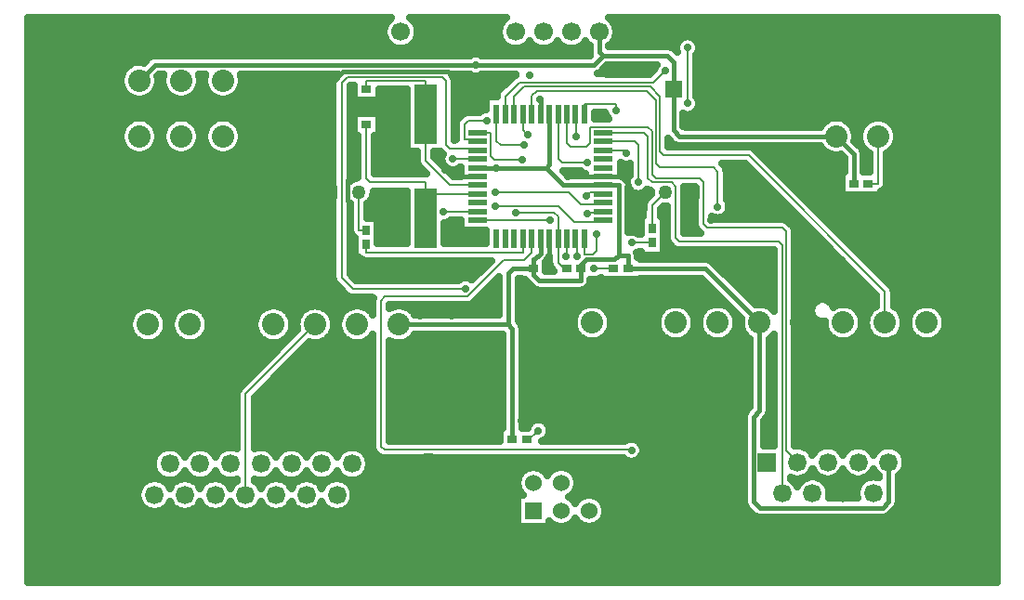
<source format=gbr>
G04 DipTrace 3.1.0.0*
G04 Top.gbr*
%MOIN*%
G04 #@! TF.FileFunction,Copper,L1,Top*
G04 #@! TF.Part,Single*
G04 #@! TA.AperFunction,Conductor*
%ADD13C,0.007874*%
%ADD14C,0.015748*%
G04 #@! TA.AperFunction,CopperBalancing*
%ADD15C,0.025*%
G04 #@! TA.AperFunction,ComponentPad*
%ADD16R,0.062992X0.062992*%
%ADD17C,0.062992*%
%ADD18R,0.035433X0.027559*%
G04 #@! TA.AperFunction,ComponentPad*
%ADD19C,0.05*%
%ADD20R,0.05X0.05*%
%ADD21R,0.066929X0.066929*%
%ADD22C,0.066929*%
%ADD23R,0.066535X0.066535*%
%ADD24C,0.066535*%
%ADD25C,0.188976*%
%ADD26C,0.08*%
%ADD27C,0.187402*%
%ADD28C,0.06*%
%ADD29R,0.06X0.06*%
%ADD30R,0.027559X0.035433*%
%ADD32R,0.070866X0.019685*%
%ADD33R,0.019685X0.070866*%
%ADD35R,0.07874X0.216535*%
G04 #@! TA.AperFunction,ViaPad*
%ADD36C,0.027559*%
%FSLAX26Y26*%
G04*
G70*
G90*
G75*
G01*
G04 Top*
%LPD*%
X2426724Y1741043D2*
D13*
Y1743843D1*
X2481845D1*
Y1748916D1*
X2387660Y1587576D2*
Y1626224D1*
X2383420Y1630465D1*
Y1650491D1*
X2785469Y2336614D2*
Y2136713D1*
X2288932Y1650491D2*
D14*
Y1549555D1*
X2283026Y1543650D1*
X2033026Y1874900D2*
X1940751D1*
X1916845Y1898806D1*
X1981367Y2231394D2*
X1943864D1*
X1925112Y2250146D1*
X1550072D1*
X1512568Y2212642D1*
X2481845Y1874900D2*
X2356613D1*
X2356407Y1875106D1*
X2257436Y2099310D2*
Y2149096D1*
X2256396Y2150135D1*
X1577322Y1659475D2*
Y1760613D1*
X1576715Y1761219D1*
Y1779706D1*
X1566783Y1789638D1*
Y1862512D1*
X1591869Y1887597D1*
X2481845Y1874900D2*
X2544133D1*
X2575180Y1843853D1*
Y1825101D1*
X2584307Y891906D2*
D13*
Y893753D1*
X1698255D1*
X1686323Y905685D1*
Y1429919D1*
X1700102Y1443698D1*
X1995521D1*
X2125346Y1573524D1*
X2197398D1*
X2225940Y1602066D1*
Y1650491D1*
X2657436Y1636810D2*
X2584307Y1636811D1*
X2706201Y1818701D2*
X2657436Y1769936D1*
Y1687991D1*
X2194444Y1650491D2*
Y1603051D1*
X1631791D1*
Y1630610D1*
X1606201Y1818701D2*
Y1681791D1*
X1631791D1*
X2064175Y2075689D2*
X1998972D1*
X1985193Y2061909D1*
Y2006790D1*
X2033026D1*
Y2000885D1*
X2192323Y1933961D2*
X2092083D1*
X2078303Y1947740D1*
Y2032381D1*
X2033026D1*
X3468701Y2018689D2*
Y1849900D1*
X3433026D1*
X2292323Y1719394D2*
X2055025D1*
X2053051Y1717420D1*
X2033026D1*
X2094396Y1768606D2*
X2322394D1*
X2378411Y1712589D1*
X2468919D1*
Y1717420D1*
X2481845D1*
X2094396Y1817819D2*
X2359602D1*
X2402325Y1775096D1*
X2481845D1*
Y1780412D1*
X1200259Y731682D2*
Y1094011D1*
X1449949Y1343701D1*
X2458224Y1666760D2*
Y1608957D1*
X2444445Y1595177D1*
X2414916D1*
Y1650491D1*
X2200140Y1987618D2*
X2115193D1*
X2099955Y2002856D1*
Y2099310D1*
X2893457Y1766299D2*
Y1893071D1*
X2879677Y1906850D1*
X2684996D1*
X2671217Y1920630D1*
Y2147858D1*
X2637686Y2181388D1*
X2243895D1*
X2225940Y2163433D1*
Y2099310D1*
X2212642Y2025122D2*
X2209622D1*
X2194444Y2040301D1*
Y2099310D1*
X3493412Y1349997D2*
Y1462508D1*
X3004482Y1951438D1*
X2698776D1*
X2684996Y1965218D1*
Y2162303D1*
X2650478Y2196822D1*
X2197467D1*
X2162948Y2162302D1*
Y2099310D1*
X2706444Y2256396D2*
X2662689Y2212642D1*
X2181388D1*
X2131451Y2162705D1*
Y2099310D1*
X2250146Y962510D2*
X2247472D1*
X2213297Y928335D1*
X2208026D1*
Y932370D1*
X2033026Y1937892D2*
X1943283D1*
Y1937894D1*
X1988350Y1470857D2*
X1583871D1*
X1543822Y1510907D1*
Y2211235D1*
X1563886Y2231299D1*
X1903734D1*
X1917514Y2217518D1*
Y1989075D1*
X1931295Y1975294D1*
X2033026D1*
Y1969388D1*
X2168701Y1744984D2*
X2306648D1*
X2320428Y1731205D1*
Y1650491D1*
Y1563681D1*
X2340459Y1543650D1*
X2350593D1*
X2519345D2*
X2450167D1*
Y1543822D1*
X2351924Y1650491D2*
Y1587576D1*
X2350156D1*
X2426724Y1924114D2*
X2334209D1*
X2320428Y1937895D1*
Y2099310D1*
X3179146Y849020D2*
Y852346D1*
X3138398Y893094D1*
Y1676846D1*
X3124617Y1690627D1*
X2854823D1*
X2841043Y1704407D1*
Y1853543D1*
X2827264Y1867323D1*
X2671217D1*
X2657437Y1881102D1*
Y2038287D1*
X2643657Y2052067D1*
X2434602D1*
Y1994980D1*
X2420823Y1981201D1*
X2365705D1*
X2351924Y1994982D1*
Y2099310D1*
X2385390Y2016634D2*
Y2077314D1*
X2383420Y2079283D1*
Y2099310D1*
X2527654Y2113091D2*
Y2134744D1*
X2414916D1*
Y2099310D1*
X3124618Y737209D2*
Y1626768D1*
X3110837Y1640549D1*
X2754824D1*
X2741043Y1654329D1*
Y1839764D1*
X2727264Y1853543D1*
X2657437D1*
X2643657Y1867323D1*
Y2018598D1*
X2629875Y2032381D1*
X2481845D1*
X2607929Y1853402D2*
Y1987102D1*
X2594147Y2000885D1*
X2481845D1*
X2564626Y1959543D2*
X2554781Y1969388D1*
X2481845D1*
Y1811908D2*
Y1817816D1*
X2436572D1*
X2422791Y1804035D1*
X1910243Y1748917D2*
X2012999D1*
X2013000Y1748916D1*
X2033026D1*
X2288932Y2099310D2*
D14*
Y1918209D1*
X2277122Y1906399D1*
X2340117Y1843404D1*
X2481845D1*
X818701Y2218701D2*
X875148Y2275148D1*
X2025122D1*
X2257436Y1650491D2*
Y1599117D1*
X2235780Y1577461D1*
X2231845D1*
Y1543650D1*
Y1522339D1*
X2253499Y1500685D1*
X2401774D1*
Y1543650D1*
X2033026Y1906396D2*
X2097988D1*
Y1906398D1*
X2231845Y1543650D2*
X2158470D1*
X2143066Y1528245D1*
Y1343701D1*
X1749949D1*
X2025122Y2275148D2*
X2449896D1*
X2482480Y2307732D1*
X2712633D1*
X2734286Y2286079D1*
Y2187400D1*
X3043412Y1349997D2*
Y1033609D1*
X3023043Y1013240D1*
Y707291D1*
X3044697Y685638D1*
X3484656D1*
X3506311Y707293D1*
Y849020D1*
X2570526Y1543650D2*
X2849759D1*
X3043412Y1349997D1*
X2481845Y1843404D2*
X2537067D1*
Y1591240D1*
X2570526D1*
Y1543650D1*
X3318701Y2018689D2*
X3381845Y1955545D1*
Y1849900D1*
X2734286Y2187400D2*
Y2040373D1*
X2755969Y2018689D1*
X3318701D1*
X2482480Y2307732D2*
X2468701Y2321512D1*
Y2393701D1*
X2143066Y1343701D2*
X2156845Y1329921D1*
Y932370D1*
X2401774Y1543650D2*
Y1557936D1*
X2421299Y1577461D1*
X2523287D1*
X2537067Y1591240D1*
X2097988Y1906398D2*
X2277122Y1906399D1*
X2033026Y1811908D2*
D13*
X1844936D1*
Y1853543D1*
X1646807D1*
X1633026Y1867324D1*
Y2062400D1*
Y2187400D2*
Y2217520D1*
X1844936D1*
Y2099408D1*
Y1931232D1*
X1932764Y1843404D1*
X2033026D1*
D36*
X424954Y2437665D3*
X981262Y1906360D3*
X424954Y424954D3*
X3881567Y2431415D3*
X3887818Y424954D3*
X1243790Y937508D3*
X2212642Y849999D3*
X856249Y1906360D3*
X862500Y1418808D3*
X1050020Y1512568D3*
X1200035Y1337550D3*
X1362552Y1412558D3*
X831247Y1237539D3*
X1518819D3*
X893753Y937508D3*
X2306402Y837497D3*
X818745Y624975D3*
X1406307Y912505D3*
X1643832Y1237539D3*
Y956260D3*
X1825101Y1375054D3*
X1937613D3*
X1818850Y931257D3*
X1925112D3*
X1743843Y624975D3*
X1600077Y762490D3*
X2189678Y997768D3*
X2068877Y1468814D3*
Y668730D3*
Y1062521D3*
X2212642Y1268793D3*
X2306402Y950009D3*
X1591869Y1887597D3*
X1585420Y2125391D3*
X2281399Y1312547D3*
X2418913Y1043769D3*
X2287650Y1575075D3*
X2243895Y1381304D3*
X2468919Y1450062D3*
X1916845Y1898806D3*
X2318903Y2318903D3*
X1834500Y1892163D3*
X1717618Y1892433D3*
X1706984Y1794286D3*
X1981367Y2231394D3*
X1706318Y1683701D3*
X1580954Y1514126D3*
X1576715Y1761219D3*
X1577322Y1659475D3*
X1720853Y1511703D3*
X1920707Y1509281D3*
X2024269Y1645546D3*
X1981367Y2125133D3*
X2062626Y2175138D3*
X2675190Y2275148D3*
X2512673D3*
X2218892Y2325154D3*
Y2237644D3*
X2781451Y2068877D3*
X3362762Y2081378D3*
X3056480Y2062626D3*
X2462668Y2081378D3*
X2356407Y1875106D3*
X2943969Y1893858D3*
Y1725091D3*
X2868961Y1718840D3*
X2256396Y2150135D3*
X2937718Y1400056D3*
X2800203Y1681336D3*
X2650188Y718735D3*
X2962720D3*
X2693942Y1756344D3*
X2800203Y1606328D3*
X2931467D3*
X3037728Y1856354D3*
X3075232Y937508D3*
X3006475Y1056270D3*
X3087734Y1293795D3*
X2575180Y1825101D3*
X3269003Y1925112D3*
X3369013Y1668835D3*
X3344010Y881252D3*
X2426724Y1741043D3*
X2387660Y1587576D3*
X2785469Y2136713D3*
Y2336614D3*
X2584307Y891906D3*
Y1636811D3*
X2064175Y2075689D3*
X2192323Y1933961D3*
X2292323Y1719394D3*
X2094396Y1768606D3*
Y1817819D3*
X2458224Y1666760D3*
X2200140Y1987618D3*
X2893457Y1766299D3*
X2212642Y2025122D3*
X2706444Y2256396D3*
X2250146Y962510D3*
X1943283Y1937894D3*
X1988350Y1470857D3*
X2168701Y1744984D3*
X2450167Y1543822D3*
X2350156Y1587576D3*
X2426724Y1924114D3*
X2385390Y2016634D3*
X2527654Y2113091D3*
X2607929Y1853402D3*
X2564626Y1959543D3*
X2422791Y1804035D3*
X1910243Y1748917D3*
X2025122Y2275148D3*
X2097988Y1906398D3*
X421201Y2418832D2*
D15*
X1699282D1*
X1813364D2*
X2111782D1*
X2525620D2*
X3891225D1*
X421201Y2393963D2*
X1693862D1*
X1818784D2*
X2106264D1*
X2531137D2*
X3891225D1*
X421201Y2369094D2*
X1699233D1*
X1813413D2*
X2111538D1*
X2525864D2*
X2759145D1*
X2811753D2*
X3891225D1*
X421201Y2344226D2*
X1720278D1*
X1792368D2*
X2132338D1*
X2205063D2*
X2232338D1*
X2305063D2*
X2332338D1*
X2405063D2*
X2431850D1*
X2505551D2*
X2743422D1*
X2827524D2*
X3891225D1*
X421201Y2319357D2*
X2431899D1*
X2824350D2*
X3891225D1*
X421201Y2294488D2*
X843422D1*
X2818393D2*
X3891225D1*
X421201Y2269619D2*
X773452D1*
X2495444D2*
X2665883D1*
X2818393D2*
X3891225D1*
X421201Y2244751D2*
X755044D1*
X2468393D2*
X2649282D1*
X2818393D2*
X3891225D1*
X421201Y2219882D2*
X749721D1*
X1187680D2*
X1512172D1*
X1950327D2*
X2143129D1*
X2818393D2*
X3891225D1*
X421201Y2195013D2*
X754067D1*
X883335D2*
X904067D1*
X1033335D2*
X1054067D1*
X1183335D2*
X1510903D1*
X1950424D2*
X2118227D1*
X2818393D2*
X3891225D1*
X421201Y2170144D2*
X770766D1*
X866635D2*
X920766D1*
X1016635D2*
X1070766D1*
X1166635D2*
X1510903D1*
X1679721D2*
X1776577D1*
X1950424D2*
X2099477D1*
X2818393D2*
X3891225D1*
X421201Y2145276D2*
X1510903D1*
X1576743D2*
X1776577D1*
X1950424D2*
X2061098D1*
X2827329D2*
X3891225D1*
X421201Y2120407D2*
X1510903D1*
X1576743D2*
X1776577D1*
X1950424D2*
X2061098D1*
X2824790D2*
X3891225D1*
X421201Y2095538D2*
X1510903D1*
X1679721D2*
X1776577D1*
X1950424D2*
X1973305D1*
X2453745D2*
X2488930D1*
X2771128D2*
X3891225D1*
X421201Y2070669D2*
X774721D1*
X862680D2*
X924721D1*
X1012680D2*
X1074721D1*
X1162680D2*
X1510903D1*
X1679721D2*
X1776577D1*
X2771128D2*
X3274721D1*
X3362680D2*
X3424721D1*
X3512680D2*
X3891225D1*
X421201Y2045801D2*
X755483D1*
X881919D2*
X905483D1*
X1031919D2*
X1055483D1*
X1181919D2*
X1510903D1*
X1679721D2*
X1776577D1*
X3381919D2*
X3405483D1*
X3531919D2*
X3891225D1*
X421201Y2020932D2*
X749770D1*
X1187631D2*
X1510903D1*
X1576743D2*
X1600112D1*
X1665952D2*
X1776577D1*
X3537631D2*
X3891225D1*
X421201Y1996063D2*
X753676D1*
X883725D2*
X903652D1*
X1033725D2*
X1053652D1*
X1183725D2*
X1510903D1*
X1576743D2*
X1600112D1*
X1665952D2*
X1776577D1*
X3533725D2*
X3891225D1*
X421201Y1971194D2*
X769692D1*
X867710D2*
X919692D1*
X1017710D2*
X1069692D1*
X1167710D2*
X1510903D1*
X1576743D2*
X1600112D1*
X1665952D2*
X1776577D1*
X3030258D2*
X3269643D1*
X3517758D2*
X3891225D1*
X421201Y1946325D2*
X1510903D1*
X1576743D2*
X1600112D1*
X1665952D2*
X1812026D1*
X1877866D2*
X1901381D1*
X3055112D2*
X3340004D1*
X3418686D2*
X3435805D1*
X3501596D2*
X3891225D1*
X421201Y1921457D2*
X1510903D1*
X1576743D2*
X1600112D1*
X1665952D2*
X1813637D1*
X3079965D2*
X3344985D1*
X3418686D2*
X3435805D1*
X3501596D2*
X3891225D1*
X421201Y1896588D2*
X1510903D1*
X1576743D2*
X1600112D1*
X1665952D2*
X1834047D1*
X1925083D2*
X1968618D1*
X2546274D2*
X2575014D1*
X2926157D2*
X3013833D1*
X3104868D2*
X3344985D1*
X3418686D2*
X3435805D1*
X3501596D2*
X3891225D1*
X421201Y1871719D2*
X1510903D1*
X1576743D2*
X1600112D1*
X2926352D2*
X3038686D1*
X3129721D2*
X3335122D1*
X3501596D2*
X3891225D1*
X421201Y1846850D2*
X1510903D1*
X2926352D2*
X3063540D1*
X3154575D2*
X3335122D1*
X3501450D2*
X3891225D1*
X421201Y1821982D2*
X1510903D1*
X1660092D2*
X1776577D1*
X2635629D2*
X2652304D1*
X2773960D2*
X2808120D1*
X2926352D2*
X3088442D1*
X3179477D2*
X3335122D1*
X3483286D2*
X3891225D1*
X421201Y1797113D2*
X1510903D1*
X1655454D2*
X1776577D1*
X2573911D2*
X2639077D1*
X2773960D2*
X2808120D1*
X2926352D2*
X3113296D1*
X3204331D2*
X3891225D1*
X421201Y1772244D2*
X1510903D1*
X1639096D2*
X1776577D1*
X2573911D2*
X2624624D1*
X2773960D2*
X2808120D1*
X2935776D2*
X3138149D1*
X3229184D2*
X3891225D1*
X421201Y1747375D2*
X1510903D1*
X1639096D2*
X1776577D1*
X2573911D2*
X2624526D1*
X2690366D2*
X2708120D1*
X2773960D2*
X2808120D1*
X2931528D2*
X3163051D1*
X3254038D2*
X3891225D1*
X421201Y1722507D2*
X1510903D1*
X1674546D2*
X1776577D1*
X2573911D2*
X2614663D1*
X2773960D2*
X2808120D1*
X2873960D2*
X3187905D1*
X3278940D2*
X3891225D1*
X421201Y1697638D2*
X1510903D1*
X1674546D2*
X1776577D1*
X1913315D2*
X1968618D1*
X2573911D2*
X2614663D1*
X2773960D2*
X2808901D1*
X3163120D2*
X3212758D1*
X3303794D2*
X3891225D1*
X421201Y1672769D2*
X1510903D1*
X1674546D2*
X1776577D1*
X1913315D2*
X2061098D1*
X2773960D2*
X2827163D1*
X3171323D2*
X3237612D1*
X3328647D2*
X3891225D1*
X421201Y1647900D2*
X1510903D1*
X1674546D2*
X1776577D1*
X1913315D2*
X2061098D1*
X3171323D2*
X3262514D1*
X3353549D2*
X3891225D1*
X421201Y1623031D2*
X1510903D1*
X2700229D2*
X2726821D1*
X3171323D2*
X3287368D1*
X3378403D2*
X3891225D1*
X421201Y1598163D2*
X1510903D1*
X2700229D2*
X3091713D1*
X3171323D2*
X3312221D1*
X3403256D2*
X3891225D1*
X421201Y1573294D2*
X1510903D1*
X1576743D2*
X1623012D1*
X2869712D2*
X3091713D1*
X3171323D2*
X3337124D1*
X3428159D2*
X3891225D1*
X421201Y1548425D2*
X1510903D1*
X1576743D2*
X2054751D1*
X2278549D2*
X2291616D1*
X2896176D2*
X3091713D1*
X3171323D2*
X3361977D1*
X3453012D2*
X3891225D1*
X421201Y1523556D2*
X1510903D1*
X1576743D2*
X2029848D1*
X2921030D2*
X3091713D1*
X3171323D2*
X3386831D1*
X3477866D2*
X3891225D1*
X421201Y1498688D2*
X1513491D1*
X2179917D2*
X2204409D1*
X2438559D2*
X2843764D1*
X2945932D2*
X3091713D1*
X3171323D2*
X3411733D1*
X3502768D2*
X3891225D1*
X421201Y1473819D2*
X1535415D1*
X2071176D2*
X2106215D1*
X2179917D2*
X2229604D1*
X2425669D2*
X2868618D1*
X2970786D2*
X3091713D1*
X3171323D2*
X3436587D1*
X3524155D2*
X3891225D1*
X421201Y1448950D2*
X1560268D1*
X2046274D2*
X2106215D1*
X2179917D2*
X2893471D1*
X2995639D2*
X3091713D1*
X3171323D2*
X3460512D1*
X3526352D2*
X3891225D1*
X421201Y1424081D2*
X1653383D1*
X2021421D2*
X2106215D1*
X2179917D2*
X2918325D1*
X3020493D2*
X3091713D1*
X3171323D2*
X3239956D1*
X3298081D2*
X3460512D1*
X3526352D2*
X3891225D1*
X421201Y1399213D2*
X810854D1*
X889047D2*
X960854D1*
X1039047D2*
X1260854D1*
X1339047D2*
X1410854D1*
X1489047D2*
X1560854D1*
X1639047D2*
X1653432D1*
X1789047D2*
X2106215D1*
X2179917D2*
X2396206D1*
X2490610D2*
X2696206D1*
X2790610D2*
X2846206D1*
X3171323D2*
X3226577D1*
X3390610D2*
X3446206D1*
X3540610D2*
X3596206D1*
X3690610D2*
X3891225D1*
X421201Y1374344D2*
X788442D1*
X911460D2*
X938442D1*
X1061460D2*
X1238442D1*
X1361460D2*
X1388442D1*
X1511460D2*
X1538442D1*
X2179917D2*
X2379018D1*
X2507797D2*
X2679018D1*
X2807797D2*
X2829018D1*
X3171323D2*
X3231264D1*
X3407797D2*
X3429018D1*
X3557797D2*
X3579018D1*
X3707797D2*
X3891225D1*
X421201Y1349475D2*
X781215D1*
X918686D2*
X931215D1*
X1068686D2*
X1231215D1*
X1368686D2*
X1381215D1*
X1518686D2*
X1531215D1*
X2187583D2*
X2374428D1*
X2512387D2*
X2674428D1*
X3171323D2*
X3274428D1*
X3712387D2*
X3891225D1*
X421201Y1324606D2*
X783754D1*
X916147D2*
X933754D1*
X1066147D2*
X1233754D1*
X1366147D2*
X1383754D1*
X1516147D2*
X1533754D1*
X2193686D2*
X2379458D1*
X2507358D2*
X2679458D1*
X2807358D2*
X2829458D1*
X2957358D2*
X2979458D1*
X3171323D2*
X3279458D1*
X3407358D2*
X3429458D1*
X3557358D2*
X3579458D1*
X3707358D2*
X3891225D1*
X421201Y1299738D2*
X797573D1*
X902329D2*
X947573D1*
X1052329D2*
X1247573D1*
X1502329D2*
X1547573D1*
X1802329D2*
X2119985D1*
X2193686D2*
X2397378D1*
X2489438D2*
X2697378D1*
X2789438D2*
X2847378D1*
X2939438D2*
X2997378D1*
X3171323D2*
X3297378D1*
X3389438D2*
X3447378D1*
X3539438D2*
X3597378D1*
X3689438D2*
X3891225D1*
X421201Y1274869D2*
X1335610D1*
X1426645D2*
X1653383D1*
X1719223D2*
X2119985D1*
X2193686D2*
X3006606D1*
X3171323D2*
X3891225D1*
X421201Y1250000D2*
X1310756D1*
X1401743D2*
X1653383D1*
X1719223D2*
X2119985D1*
X2193686D2*
X3006606D1*
X3171323D2*
X3891225D1*
X421201Y1225131D2*
X1285854D1*
X1376889D2*
X1653383D1*
X1719223D2*
X2119985D1*
X2193686D2*
X3006606D1*
X3171323D2*
X3891225D1*
X421201Y1200262D2*
X1261001D1*
X1352036D2*
X1653383D1*
X1719223D2*
X2119985D1*
X2193686D2*
X3006606D1*
X3171323D2*
X3891225D1*
X421201Y1175394D2*
X1236147D1*
X1327133D2*
X1653383D1*
X1719223D2*
X2119985D1*
X2193686D2*
X3006606D1*
X3171323D2*
X3891225D1*
X421201Y1150525D2*
X1211245D1*
X1302280D2*
X1653383D1*
X1719223D2*
X2119985D1*
X2193686D2*
X3006606D1*
X3171323D2*
X3891225D1*
X421201Y1125656D2*
X1186391D1*
X1277426D2*
X1653383D1*
X1719223D2*
X2119985D1*
X2193686D2*
X3006606D1*
X3171323D2*
X3891225D1*
X421201Y1100787D2*
X1168129D1*
X1252573D2*
X1653383D1*
X1719223D2*
X2119985D1*
X2193686D2*
X3006606D1*
X3171323D2*
X3891225D1*
X421201Y1075919D2*
X1167348D1*
X1233188D2*
X1653383D1*
X1719223D2*
X2119985D1*
X2193686D2*
X3006606D1*
X3171323D2*
X3891225D1*
X421201Y1051050D2*
X1167348D1*
X1233188D2*
X1653383D1*
X1719223D2*
X2119985D1*
X2193686D2*
X3006606D1*
X3171323D2*
X3891225D1*
X421201Y1026181D2*
X1167348D1*
X1233188D2*
X1653383D1*
X1719223D2*
X2119985D1*
X2193686D2*
X2988735D1*
X3171323D2*
X3891225D1*
X421201Y1001312D2*
X1167348D1*
X1233188D2*
X1653383D1*
X1719223D2*
X2119985D1*
X2193686D2*
X2236879D1*
X2263413D2*
X2986196D1*
X3062192D2*
X3091713D1*
X3171323D2*
X3891225D1*
X421201Y976444D2*
X1167348D1*
X1233188D2*
X1653383D1*
X1719223D2*
X2119985D1*
X2193686D2*
X2209878D1*
X2290415D2*
X2986196D1*
X3059897D2*
X3091713D1*
X3171323D2*
X3891225D1*
X421201Y951575D2*
X1167348D1*
X1233188D2*
X1653383D1*
X1719223D2*
X2110122D1*
X2291391D2*
X2986196D1*
X3059897D2*
X3091713D1*
X3171323D2*
X3891225D1*
X421201Y926706D2*
X1167348D1*
X1233188D2*
X1653383D1*
X1719223D2*
X2110122D1*
X2271079D2*
X2561538D1*
X2607065D2*
X2986196D1*
X3059897D2*
X3091713D1*
X3171323D2*
X3891225D1*
X421201Y901837D2*
X912172D1*
X943051D2*
X1021254D1*
X1052085D2*
X1130288D1*
X1270200D2*
X1348403D1*
X1379282D2*
X1457485D1*
X1488315D2*
X1566518D1*
X1597397D2*
X1653628D1*
X2625815D2*
X2986196D1*
X3209604D2*
X3257729D1*
X3318637D2*
X3366811D1*
X3427719D2*
X3475844D1*
X3536753D2*
X3891225D1*
X421201Y876969D2*
X875600D1*
X1633969D2*
X1669546D1*
X2624204D2*
X2986196D1*
X3561655D2*
X3891225D1*
X421201Y852100D2*
X865981D1*
X1643588D2*
X2575698D1*
X2592900D2*
X2986196D1*
X3568491D2*
X3891225D1*
X421201Y827231D2*
X867592D1*
X1641977D2*
X2208657D1*
X2256235D2*
X2308657D1*
X2356235D2*
X2986196D1*
X3564438D2*
X3891225D1*
X421201Y802362D2*
X881753D1*
X973471D2*
X990801D1*
X1082504D2*
X1099868D1*
X1300620D2*
X1317983D1*
X1409702D2*
X1427060D1*
X1518735D2*
X1536098D1*
X1627817D2*
X2180581D1*
X2384311D2*
X2986196D1*
X3218979D2*
X3248354D1*
X3328061D2*
X3357436D1*
X3437094D2*
X3466469D1*
X3546128D2*
X3891225D1*
X421201Y777493D2*
X832241D1*
X913950D2*
X941274D1*
X1023032D2*
X1050307D1*
X1132065D2*
X1159389D1*
X1241147D2*
X1268422D1*
X1350180D2*
X1377504D1*
X1459262D2*
X1486538D1*
X1568296D2*
X2173501D1*
X2391391D2*
X2986196D1*
X3171274D2*
X3187063D1*
X3280307D2*
X3405141D1*
X3543149D2*
X3891225D1*
X421201Y752625D2*
X814614D1*
X1585874D2*
X2178042D1*
X2386850D2*
X2986196D1*
X3293930D2*
X3391567D1*
X3543149D2*
X3891225D1*
X421201Y727756D2*
X810952D1*
X1589536D2*
X2173452D1*
X2366049D2*
X2409975D1*
X2454868D2*
X2986196D1*
X3295200D2*
X3390297D1*
X3543149D2*
X3891225D1*
X421201Y702887D2*
X818227D1*
X1582309D2*
X2173452D1*
X2484018D2*
X2986489D1*
X3542905D2*
X3891225D1*
X421201Y678018D2*
X844301D1*
X901889D2*
X953335D1*
X1010922D2*
X1062417D1*
X1120004D2*
X1171450D1*
X1229038D2*
X1280532D1*
X1338120D2*
X1389565D1*
X1447153D2*
X1498647D1*
X1556235D2*
X2173452D1*
X2491342D2*
X3001235D1*
X3528110D2*
X3891225D1*
X421201Y653150D2*
X2173452D1*
X2487094D2*
X3031020D1*
X3498325D2*
X3891225D1*
X421201Y628281D2*
X2173452D1*
X2366831D2*
X2398012D1*
X2466831D2*
X3891225D1*
X421201Y603412D2*
X3891225D1*
X421201Y578543D2*
X3891225D1*
X421201Y553675D2*
X3891225D1*
X421201Y528806D2*
X3891225D1*
X421201Y503937D2*
X3891225D1*
X421201Y479068D2*
X3891225D1*
X421201Y454199D2*
X3891225D1*
X421201Y429331D2*
X3891225D1*
X2203153Y1503378D2*
X2187637D1*
Y1509286D1*
X2177402Y1509283D1*
X2177432Y1357884D1*
X2182977Y1352240D1*
X2186147Y1347878D1*
X2188595Y1343073D1*
X2190262Y1337944D1*
X2191105Y1332618D1*
X2191211Y1229921D1*
Y972646D1*
X2211132Y972642D1*
X2214263Y980793D1*
X2217565Y986182D1*
X2221669Y990987D1*
X2226475Y995091D1*
X2231863Y998393D1*
X2237701Y1000811D1*
X2243846Y1002286D1*
X2250146Y1002782D1*
X2256446Y1002286D1*
X2262590Y1000811D1*
X2268429Y998393D1*
X2273817Y995091D1*
X2278622Y990987D1*
X2282726Y986182D1*
X2286028Y980793D1*
X2288446Y974955D1*
X2289922Y968810D1*
X2290417Y962510D1*
X2289922Y956211D1*
X2288446Y950066D1*
X2286028Y944228D1*
X2282726Y938839D1*
X2278622Y934034D1*
X2273817Y929930D1*
X2268429Y926628D1*
X2262436Y924166D1*
X2560217Y924182D1*
X2566024Y927788D1*
X2571862Y930206D1*
X2578007Y931681D1*
X2584307Y932177D1*
X2590607Y931681D1*
X2596752Y930206D1*
X2602590Y927788D1*
X2607978Y924486D1*
X2612783Y920382D1*
X2616888Y915577D1*
X2620189Y910188D1*
X2622608Y904350D1*
X2624083Y898205D1*
X2624579Y891906D1*
X2624083Y885606D1*
X2622608Y879461D1*
X2620189Y873623D1*
X2616888Y868234D1*
X2612783Y863429D1*
X2607978Y859325D1*
X2602590Y856023D1*
X2596752Y853605D1*
X2590607Y852130D1*
X2584307Y851634D1*
X2578007Y852130D1*
X2571862Y853605D1*
X2566024Y856023D1*
X2560636Y859325D1*
X2555931Y863337D1*
X1695867Y863418D1*
X1688851Y864813D1*
X1682355Y867808D1*
X1676738Y872237D1*
X1676516Y872476D1*
X1663184Y885923D1*
X1659210Y891870D1*
X1656734Y898581D1*
X1655894Y905685D1*
X1655906Y906011D1*
X1655894Y1307785D1*
X1650510Y1300518D1*
X1643132Y1293140D1*
X1634691Y1287007D1*
X1625394Y1282270D1*
X1615471Y1279046D1*
X1605165Y1277414D1*
X1594732D1*
X1584426Y1279046D1*
X1574503Y1282270D1*
X1565207Y1287007D1*
X1556765Y1293140D1*
X1549388Y1300518D1*
X1543255Y1308959D1*
X1538518Y1318255D1*
X1535294Y1328179D1*
X1533661Y1338484D1*
Y1348918D1*
X1535294Y1359223D1*
X1538518Y1369146D1*
X1543255Y1378443D1*
X1549388Y1386884D1*
X1556765Y1394262D1*
X1565207Y1400395D1*
X1574503Y1405132D1*
X1584426Y1408356D1*
X1594732Y1409988D1*
X1605165D1*
X1615471Y1408356D1*
X1625394Y1405132D1*
X1634691Y1400395D1*
X1643132Y1394262D1*
X1650510Y1386884D1*
X1655906Y1379545D1*
X1655987Y1432306D1*
X1657383Y1439322D1*
X1657522Y1439698D1*
X1657383Y1439322D1*
X1657522Y1439698D1*
X1650850Y1440428D1*
X1581484Y1440522D1*
X1574468Y1441917D1*
X1567972Y1444912D1*
X1562355Y1449340D1*
X1562133Y1449580D1*
X1520683Y1491145D1*
X1516709Y1497092D1*
X1514233Y1503803D1*
X1513392Y1510907D1*
X1513405Y1511233D1*
X1513486Y2213622D1*
X1514882Y2220638D1*
X1517876Y2227134D1*
X1522305Y2232752D1*
X1522545Y2232973D1*
X1530350Y2240796D1*
X1181421Y2240782D1*
X1183356Y2234223D1*
X1184988Y2223918D1*
Y2213484D1*
X1183356Y2203179D1*
X1180132Y2193255D1*
X1175395Y2183959D1*
X1169262Y2175518D1*
X1161884Y2168140D1*
X1153443Y2162007D1*
X1144146Y2157270D1*
X1134223Y2154046D1*
X1123918Y2152414D1*
X1113484D1*
X1103179Y2154046D1*
X1093255Y2157270D1*
X1083959Y2162007D1*
X1075518Y2168140D1*
X1068140Y2175518D1*
X1062007Y2183959D1*
X1057270Y2193255D1*
X1054046Y2203179D1*
X1052414Y2213484D1*
Y2223918D1*
X1054046Y2234223D1*
X1056035Y2240798D1*
X1031421Y2240782D1*
X1033356Y2234223D1*
X1034988Y2223918D1*
Y2213484D1*
X1033356Y2203179D1*
X1030132Y2193255D1*
X1025395Y2183959D1*
X1019262Y2175518D1*
X1011884Y2168140D1*
X1003443Y2162007D1*
X994146Y2157270D1*
X984223Y2154046D1*
X973918Y2152414D1*
X963484D1*
X953179Y2154046D1*
X943255Y2157270D1*
X933959Y2162007D1*
X925518Y2168140D1*
X918140Y2175518D1*
X912007Y2183959D1*
X907270Y2193255D1*
X904046Y2203179D1*
X902414Y2213484D1*
Y2223918D1*
X904046Y2234223D1*
X906035Y2240798D1*
X889331Y2240782D1*
X883356Y2234223D1*
X884988Y2223918D1*
Y2213484D1*
X883356Y2203179D1*
X880132Y2193255D1*
X875395Y2183959D1*
X869262Y2175518D1*
X861884Y2168140D1*
X853443Y2162007D1*
X844146Y2157270D1*
X834223Y2154046D1*
X823918Y2152414D1*
X813484D1*
X803179Y2154046D1*
X793255Y2157270D1*
X783959Y2162007D1*
X775518Y2168140D1*
X768140Y2175518D1*
X762007Y2183959D1*
X757270Y2193255D1*
X754046Y2203179D1*
X752414Y2213484D1*
Y2223918D1*
X754046Y2234223D1*
X757270Y2244146D1*
X762007Y2253443D1*
X768140Y2261884D1*
X775518Y2269262D1*
X783959Y2275395D1*
X793255Y2280132D1*
X803179Y2283356D1*
X813484Y2284988D1*
X823918D1*
X834635Y2283239D1*
X852829Y2301281D1*
X857192Y2304450D1*
X861997Y2306899D1*
X867126Y2308565D1*
X872452Y2309409D1*
X975148Y2309515D1*
X2004103D1*
X2009711Y2312354D1*
X2015721Y2314307D1*
X2021962Y2315296D1*
X2028282D1*
X2034523Y2314307D1*
X2040533Y2312354D1*
X2046132Y2309504D1*
X2435718Y2309514D1*
X2436017Y2310892D1*
X2434758Y2316136D1*
X2434335Y2321512D1*
Y2344608D1*
X2426305Y2351305D1*
X2420195Y2358459D1*
X2418734Y2360646D1*
X2414292Y2354762D1*
X2407640Y2348109D1*
X2400028Y2342579D1*
X2391645Y2338308D1*
X2382697Y2335401D1*
X2373405Y2333929D1*
X2363997D1*
X2354704Y2335401D1*
X2345756Y2338308D1*
X2337374Y2342579D1*
X2329762Y2348109D1*
X2323109Y2354762D1*
X2318734Y2360646D1*
X2314292Y2354762D1*
X2307640Y2348109D1*
X2300028Y2342579D1*
X2291645Y2338308D1*
X2282697Y2335401D1*
X2273405Y2333929D1*
X2263997D1*
X2254704Y2335401D1*
X2245756Y2338308D1*
X2237374Y2342579D1*
X2229762Y2348109D1*
X2223109Y2354762D1*
X2218734Y2360646D1*
X2214292Y2354762D1*
X2207640Y2348109D1*
X2200028Y2342579D1*
X2191645Y2338308D1*
X2182697Y2335401D1*
X2173405Y2333929D1*
X2163997D1*
X2154704Y2335401D1*
X2145756Y2338308D1*
X2137374Y2342579D1*
X2129762Y2348109D1*
X2123109Y2354762D1*
X2117579Y2362374D1*
X2113308Y2370756D1*
X2110401Y2379704D1*
X2108929Y2388997D1*
Y2398405D1*
X2110401Y2407697D1*
X2113308Y2416645D1*
X2117579Y2425028D1*
X2123109Y2432640D1*
X2129762Y2439292D1*
X2135707Y2443709D1*
X1789746Y2443701D1*
X1795272Y2439502D1*
X1801925Y2432850D1*
X1807455Y2425238D1*
X1811726Y2416855D1*
X1814633Y2407907D1*
X1816105Y2398615D1*
Y2389207D1*
X1814633Y2379914D1*
X1811726Y2370966D1*
X1807455Y2362583D1*
X1801925Y2354972D1*
X1795272Y2348319D1*
X1787661Y2342789D1*
X1779278Y2338518D1*
X1770330Y2335611D1*
X1761037Y2334139D1*
X1751629D1*
X1742337Y2335611D1*
X1733389Y2338518D1*
X1725006Y2342789D1*
X1717395Y2348319D1*
X1710742Y2354972D1*
X1705212Y2362583D1*
X1700941Y2370966D1*
X1698033Y2379914D1*
X1696561Y2389207D1*
Y2398615D1*
X1698033Y2407907D1*
X1700941Y2416855D1*
X1705212Y2425238D1*
X1710742Y2432850D1*
X1717395Y2439502D1*
X1723034Y2443714D1*
X418701Y2443701D1*
Y418701D1*
X3893701D1*
Y2443701D1*
X2501757D1*
X2507640Y2439292D1*
X2514292Y2432640D1*
X2519822Y2425028D1*
X2524094Y2416645D1*
X2527001Y2407697D1*
X2528473Y2398405D1*
Y2388997D1*
X2527001Y2379704D1*
X2524094Y2370756D1*
X2519822Y2362374D1*
X2514292Y2354762D1*
X2507640Y2348109D1*
X2503040Y2344592D1*
X2503067Y2342089D1*
X2715329Y2341993D1*
X2720655Y2341149D1*
X2725784Y2339483D1*
X2730589Y2337034D1*
X2734952Y2333865D1*
X2748638Y2320328D1*
X2746310Y2327213D1*
X2745321Y2333454D1*
Y2339774D1*
X2746310Y2346015D1*
X2748262Y2352025D1*
X2751131Y2357656D1*
X2754846Y2362769D1*
X2759314Y2367237D1*
X2764427Y2370951D1*
X2770057Y2373820D1*
X2776067Y2375773D1*
X2782309Y2376762D1*
X2788628D1*
X2794870Y2375773D1*
X2800880Y2373820D1*
X2806510Y2370951D1*
X2811623Y2367237D1*
X2816091Y2362769D1*
X2819806Y2357656D1*
X2822675Y2352025D1*
X2824627Y2346015D1*
X2825616Y2339774D1*
Y2333454D1*
X2824627Y2327213D1*
X2822675Y2321203D1*
X2819806Y2315572D1*
X2815882Y2310233D1*
X2816091Y2162867D1*
X2819806Y2157754D1*
X2822675Y2152124D1*
X2824627Y2146114D1*
X2825616Y2139872D1*
Y2133553D1*
X2824627Y2127311D1*
X2822675Y2121301D1*
X2819806Y2115671D1*
X2816091Y2110558D1*
X2811623Y2106090D1*
X2806510Y2102375D1*
X2800880Y2099506D1*
X2794870Y2097554D1*
X2788628Y2096565D1*
X2782309D1*
X2776067Y2097554D1*
X2768633Y2100163D1*
X2768652Y2054637D1*
X2780949Y2053076D1*
X3261759D1*
X3268140Y2061873D1*
X3275518Y2069250D1*
X3283959Y2075383D1*
X3293255Y2080120D1*
X3303179Y2083344D1*
X3313484Y2084977D1*
X3323918D1*
X3334223Y2083344D1*
X3344146Y2080120D1*
X3353443Y2075383D1*
X3361884Y2069250D1*
X3369262Y2061873D1*
X3375395Y2053432D1*
X3380132Y2044135D1*
X3383356Y2034212D1*
X3384988Y2023906D1*
Y2013473D1*
X3383239Y2002755D1*
X3407977Y1977885D1*
X3411147Y1973522D1*
X3413595Y1968717D1*
X3415262Y1963588D1*
X3416105Y1958262D1*
X3416211Y1890185D1*
X3438281Y1890172D1*
X3438272Y1959617D1*
X3429618Y1964896D1*
X3421684Y1971672D1*
X3414908Y1979606D1*
X3409456Y1988503D1*
X3405463Y1998142D1*
X3403027Y2008288D1*
X3402209Y2018689D1*
X3403027Y2029091D1*
X3405463Y2039237D1*
X3409456Y2048876D1*
X3414908Y2057773D1*
X3421684Y2065707D1*
X3429618Y2072483D1*
X3438514Y2077934D1*
X3448154Y2081927D1*
X3458299Y2084363D1*
X3468701Y2085182D1*
X3479102Y2084363D1*
X3489248Y2081927D1*
X3498888Y2077934D1*
X3507784Y2072483D1*
X3515718Y2065707D1*
X3522494Y2057773D1*
X3527946Y2048876D1*
X3531939Y2039237D1*
X3534374Y2029091D1*
X3535193Y2018689D1*
X3534374Y2008288D1*
X3531939Y1998142D1*
X3527946Y1988503D1*
X3522494Y1979606D1*
X3515718Y1971672D1*
X3507784Y1964896D1*
X3499119Y1959574D1*
X3499036Y1847513D1*
X3497641Y1840497D1*
X3494646Y1834001D1*
X3490217Y1828384D1*
X3484600Y1823955D1*
X3478104Y1820960D1*
X3477718Y1820851D1*
X3478104Y1820960D1*
X3477718Y1820851D1*
X3477235Y1809628D1*
X3337637D1*
Y1890172D1*
X3347451D1*
X3347479Y1941355D1*
X3334653Y1954156D1*
X3323918Y1952402D1*
X3313484D1*
X3303179Y1954035D1*
X3293255Y1957259D1*
X3283959Y1961996D1*
X3275518Y1968128D1*
X3268140Y1975506D1*
X3261778Y1984357D1*
X2753252Y1984450D1*
X2747926Y1985293D1*
X2742797Y1986960D1*
X2737993Y1989408D1*
X2733630Y1992578D1*
X2715386Y2010671D1*
X2715425Y1981883D1*
X3006869Y1981774D1*
X3013885Y1980378D1*
X3020381Y1977383D1*
X3025998Y1972955D1*
X3026220Y1972715D1*
X3516570Y1482250D1*
X3520544Y1476303D1*
X3523020Y1469592D1*
X3523861Y1462488D1*
X3523848Y1462162D1*
X3523861Y1409119D1*
X3532495Y1403790D1*
X3540429Y1397014D1*
X3547205Y1389080D1*
X3552657Y1380184D1*
X3556650Y1370544D1*
X3559086Y1360398D1*
X3559904Y1349997D1*
X3559086Y1339595D1*
X3556650Y1329450D1*
X3552657Y1319810D1*
X3547205Y1310914D1*
X3540429Y1302980D1*
X3532495Y1296203D1*
X3523599Y1290752D1*
X3513959Y1286759D1*
X3503814Y1284323D1*
X3493412Y1283505D1*
X3483010Y1284323D1*
X3472865Y1286759D1*
X3463225Y1290752D1*
X3454329Y1296203D1*
X3446395Y1302980D1*
X3439619Y1310914D1*
X3434167Y1319810D1*
X3430174Y1329450D1*
X3427739Y1339595D1*
X3426920Y1349997D1*
X3427739Y1360398D1*
X3430174Y1370544D1*
X3434167Y1380184D1*
X3439619Y1389080D1*
X3446395Y1397014D1*
X3454329Y1403790D1*
X3463030Y1409132D1*
X3463003Y1449896D1*
X2991890Y1920996D1*
X2908534Y1921009D1*
X2918074Y1910957D1*
X2921570Y1904716D1*
X2923511Y1897831D1*
X2923886Y1893071D1*
X2924079Y1792454D1*
X2927794Y1787341D1*
X2930663Y1781711D1*
X2932616Y1775700D1*
X2933604Y1769459D1*
Y1763140D1*
X2932616Y1756898D1*
X2930663Y1750888D1*
X2927794Y1745257D1*
X2924079Y1740145D1*
X2919611Y1735676D1*
X2914499Y1731962D1*
X2908868Y1729093D1*
X2902858Y1727140D1*
X2896616Y1726152D1*
X2890297D1*
X2884055Y1727140D1*
X2878045Y1729093D1*
X2871460Y1732600D1*
X2871473Y1721073D1*
X3127004Y1720963D1*
X3134020Y1719567D1*
X3140516Y1716572D1*
X3146133Y1712144D1*
X3146355Y1711904D1*
X3161536Y1696609D1*
X3165510Y1690661D1*
X3167986Y1683950D1*
X3168827Y1676846D1*
X3168814Y1676520D1*
X3168827Y907852D1*
X3179146Y908780D1*
X3188494Y908044D1*
X3197612Y905855D1*
X3206276Y902266D1*
X3214272Y897367D1*
X3221402Y891277D1*
X3227492Y884146D1*
X3232392Y876150D1*
X3233643Y873437D1*
X3237247Y880244D1*
X3242759Y887831D1*
X3249390Y894462D1*
X3256976Y899974D1*
X3265332Y904231D1*
X3274250Y907129D1*
X3283512Y908596D1*
X3292889D1*
X3302151Y907129D1*
X3311070Y904231D1*
X3319425Y899974D1*
X3327012Y894462D1*
X3333643Y887831D1*
X3339154Y880244D1*
X3342698Y873437D1*
X3346302Y880244D1*
X3351814Y887831D1*
X3358445Y894462D1*
X3366031Y899974D1*
X3374387Y904231D1*
X3383305Y907129D1*
X3392567Y908596D1*
X3401945D1*
X3411207Y907129D1*
X3420125Y904231D1*
X3428480Y899974D1*
X3436067Y894462D1*
X3442698Y887831D1*
X3448210Y880244D1*
X3451753Y873437D1*
X3455357Y880244D1*
X3460869Y887831D1*
X3467500Y894462D1*
X3475087Y899974D1*
X3483442Y904231D1*
X3492360Y907129D1*
X3501622Y908596D1*
X3511000D1*
X3520262Y907129D1*
X3529180Y904231D1*
X3537535Y899974D1*
X3545122Y894462D1*
X3551753Y887831D1*
X3557265Y880244D1*
X3561522Y871889D1*
X3564420Y862971D1*
X3565887Y853709D1*
Y844331D1*
X3564420Y835069D1*
X3561522Y826151D1*
X3557265Y817796D1*
X3551753Y810209D1*
X3545122Y803578D1*
X3540660Y800154D1*
X3540571Y704596D1*
X3539728Y699270D1*
X3538061Y694141D1*
X3535613Y689336D1*
X3532443Y684974D1*
X3506975Y659505D1*
X3502612Y656336D1*
X3497808Y653888D1*
X3492679Y652221D1*
X3487353Y651377D1*
X3384656Y651272D1*
X3042001Y651377D1*
X3036674Y652221D1*
X3031545Y653888D1*
X3026741Y656336D1*
X3022378Y659505D1*
X2996911Y684972D1*
X2993741Y689335D1*
X2991293Y694140D1*
X2989627Y699269D1*
X2988783Y704595D1*
X2988677Y807291D1*
X2988783Y1015937D1*
X2989627Y1021263D1*
X2991293Y1026392D1*
X2993741Y1031196D1*
X2996911Y1035559D1*
X3009066Y1047864D1*
X3009077Y1293064D1*
X3000229Y1299436D1*
X2992851Y1306814D1*
X2986718Y1315255D1*
X2981981Y1324551D1*
X2978757Y1334474D1*
X2977125Y1344780D1*
Y1355214D1*
X2978896Y1366010D1*
X2835634Y1509278D1*
X2614756Y1509283D1*
X2614735Y1503378D1*
X2475137D1*
Y1512216D1*
X2468450Y1507939D1*
X2462611Y1505521D1*
X2456467Y1504046D1*
X2450167Y1503550D1*
X2445989Y1503795D1*
X2445983Y1503378D1*
X2436169D1*
X2435717Y1495309D1*
X2434459Y1490065D1*
X2432395Y1485083D1*
X2429577Y1480485D1*
X2426075Y1476384D1*
X2421974Y1472882D1*
X2417376Y1470064D1*
X2412394Y1468001D1*
X2407150Y1466742D1*
X2401774Y1466319D1*
X2250802Y1466425D1*
X2245476Y1467268D1*
X2240347Y1468935D1*
X2235542Y1471383D1*
X2231180Y1474553D1*
X2205713Y1500019D1*
X2203826Y1502463D1*
X1601318Y2102672D2*
X1677235D1*
Y2022129D1*
X1663417D1*
X1663456Y1883933D1*
X1847323Y1883879D1*
X1849375Y1883759D1*
X1821797Y1911470D1*
X1817823Y1917418D1*
X1815347Y1924129D1*
X1814507Y1931232D1*
X1814519Y1931559D1*
X1814507Y1964680D1*
X1779074Y1964648D1*
Y2187060D1*
X1677211Y2187091D1*
X1677235Y2147129D1*
X1588818D1*
Y2200888D1*
X1576439Y2200870D1*
X1574251Y2186235D1*
Y1859038D1*
X1579296Y1862605D1*
X1586496Y1866273D1*
X1594180Y1868770D1*
X1602618Y1870052D1*
X1602597Y2022158D1*
X1588818Y2022129D1*
Y2102672D1*
X1601318D1*
X1657534Y1814661D2*
X1656270Y1806680D1*
X1653773Y1798996D1*
X1650105Y1791796D1*
X1645356Y1785259D1*
X1639642Y1779546D1*
X1636628Y1777170D1*
X1636630Y1725976D1*
X1672063Y1726000D1*
Y1633461D1*
X1779106Y1633480D1*
X1779074Y1823103D1*
X1657485Y1823114D1*
X1657534Y1814661D1*
X2710633Y1767414D2*
X2702161Y1767367D1*
X2698350Y1767818D1*
X2687839Y1757306D1*
X2687865Y1732192D1*
X2697708Y1732199D1*
Y1592601D1*
X2617164D1*
Y1606419D1*
X2610461Y1606188D1*
X2605349Y1602474D1*
X2603355Y1601357D1*
X2604786Y1593936D1*
X2604892Y1583965D1*
X2604879Y1590893D1*
X2613818Y1583921D1*
X2614735D1*
Y1578013D1*
X2852560Y1577910D1*
X2857886Y1577066D1*
X2863015Y1575400D1*
X2867820Y1572952D1*
X2872183Y1569782D1*
X2944875Y1497240D1*
X3027890Y1414652D1*
X3038195Y1416284D1*
X3048629D1*
X3058934Y1414652D1*
X3068858Y1411427D1*
X3078154Y1406691D1*
X3086595Y1400558D1*
X3094213Y1392876D1*
X3094189Y1610109D1*
X2752437Y1610213D1*
X2745421Y1611609D1*
X2738925Y1614603D1*
X2733307Y1619032D1*
X2733086Y1619272D1*
X2717905Y1634567D1*
X2713931Y1640515D1*
X2711455Y1647226D1*
X2710614Y1654329D1*
X2710627Y1654656D1*
X2710614Y1767367D1*
X2655318Y1810850D2*
X2654709Y1818701D1*
X2654925Y1823227D1*
X2648034Y1824603D1*
X2641538Y1827598D1*
X2641204Y1827821D1*
X2641538Y1827598D1*
X2638552Y1827247D1*
X2634083Y1822779D1*
X2628971Y1819064D1*
X2623340Y1816195D1*
X2617330Y1814243D1*
X2611089Y1813254D1*
X2604769D1*
X2598528Y1814243D1*
X2592518Y1816195D1*
X2586887Y1819064D1*
X2581775Y1822779D1*
X2577306Y1827247D1*
X2573592Y1832360D1*
X2571421Y1836476D1*
X2571433Y1674996D1*
X2578007Y1676587D1*
X2584307Y1677083D1*
X2590607Y1676587D1*
X2596752Y1675112D1*
X2602590Y1672693D1*
X2607978Y1669391D1*
X2610688Y1667224D1*
X2617164Y1667601D1*
Y1732199D1*
X2626979D1*
X2627100Y1772323D1*
X2628496Y1779339D1*
X2631490Y1785835D1*
X2635919Y1791452D1*
X2636159Y1791674D1*
X2655288Y1810822D1*
X2652677Y1823489D1*
X2645792Y1825430D1*
X2641538Y1827598D1*
X982118Y819076D2*
X978574Y812269D1*
X973062Y804682D1*
X966432Y798052D1*
X958845Y792540D1*
X950490Y788282D1*
X941571Y785385D1*
X932309Y783918D1*
X922932D1*
X913670Y785385D1*
X904752Y788282D1*
X896396Y792540D1*
X888810Y798052D1*
X882179Y804682D1*
X876667Y812269D1*
X872410Y820624D1*
X869512Y829543D1*
X868045Y838805D1*
Y848182D1*
X869512Y857444D1*
X872410Y866362D1*
X876667Y874718D1*
X882179Y882304D1*
X888810Y888935D1*
X896396Y894447D1*
X904752Y898704D1*
X913670Y901602D1*
X922932Y903069D1*
X932309D1*
X941571Y901602D1*
X950490Y898704D1*
X958845Y894447D1*
X966432Y888935D1*
X973062Y882304D1*
X978574Y874718D1*
X982118Y867910D1*
X985722Y874718D1*
X991234Y882304D1*
X997865Y888935D1*
X1005451Y894447D1*
X1013807Y898704D1*
X1022725Y901602D1*
X1031987Y903069D1*
X1041365D1*
X1050627Y901602D1*
X1059545Y898704D1*
X1067900Y894447D1*
X1075487Y888935D1*
X1082118Y882304D1*
X1087629Y874718D1*
X1091173Y867910D1*
X1094777Y874718D1*
X1100289Y882304D1*
X1106920Y888935D1*
X1114507Y894447D1*
X1122862Y898704D1*
X1131780Y901602D1*
X1141042Y903069D1*
X1150420D1*
X1159682Y901602D1*
X1168600Y898704D1*
X1169849Y898129D1*
X1169923Y1096398D1*
X1171319Y1103414D1*
X1174313Y1109910D1*
X1178742Y1115527D1*
X1178982Y1115749D1*
X1386627Y1323412D1*
X1384275Y1333299D1*
X1383456Y1343701D1*
X1384275Y1354102D1*
X1386711Y1364248D1*
X1390704Y1373888D1*
X1396155Y1382784D1*
X1402932Y1390718D1*
X1410865Y1397494D1*
X1419762Y1402946D1*
X1429401Y1406939D1*
X1439547Y1409374D1*
X1449949Y1410193D1*
X1460350Y1409374D1*
X1470496Y1406939D1*
X1480135Y1402946D1*
X1489032Y1397494D1*
X1496966Y1390718D1*
X1503742Y1382784D1*
X1509193Y1373888D1*
X1513186Y1364248D1*
X1515622Y1354102D1*
X1516441Y1343701D1*
X1515622Y1333299D1*
X1513186Y1323154D1*
X1509193Y1313514D1*
X1503742Y1304618D1*
X1496966Y1296684D1*
X1489032Y1289908D1*
X1480135Y1284456D1*
X1470496Y1280463D1*
X1460350Y1278027D1*
X1449949Y1277209D1*
X1439547Y1278027D1*
X1429657Y1280391D1*
X1230642Y1081360D1*
X1230688Y898161D1*
X1240835Y901602D1*
X1250097Y903069D1*
X1259475D1*
X1268737Y901602D1*
X1277655Y898704D1*
X1286011Y894447D1*
X1293597Y888935D1*
X1300228Y882304D1*
X1305740Y874718D1*
X1309283Y867910D1*
X1312888Y874718D1*
X1318399Y882304D1*
X1325030Y888935D1*
X1332617Y894447D1*
X1340972Y898704D1*
X1349891Y901602D1*
X1359153Y903069D1*
X1368530D1*
X1377792Y901602D1*
X1386710Y898704D1*
X1395066Y894447D1*
X1402652Y888935D1*
X1409283Y882304D1*
X1414795Y874718D1*
X1418338Y867910D1*
X1421943Y874718D1*
X1427455Y882304D1*
X1434085Y888935D1*
X1441672Y894447D1*
X1450027Y898704D1*
X1458946Y901602D1*
X1468208Y903069D1*
X1477585D1*
X1486847Y901602D1*
X1495765Y898704D1*
X1504121Y894447D1*
X1511707Y888935D1*
X1518338Y882304D1*
X1523850Y874718D1*
X1527394Y867910D1*
X1530998Y874718D1*
X1536510Y882304D1*
X1543141Y888935D1*
X1550727Y894447D1*
X1559082Y898704D1*
X1568001Y901602D1*
X1577263Y903069D1*
X1586640D1*
X1595902Y901602D1*
X1604821Y898704D1*
X1613176Y894447D1*
X1620762Y888935D1*
X1627393Y882304D1*
X1632905Y874718D1*
X1637162Y866362D1*
X1640060Y857444D1*
X1641527Y848182D1*
Y838805D1*
X1640060Y829543D1*
X1637162Y820624D1*
X1632905Y812269D1*
X1627393Y804682D1*
X1620762Y798052D1*
X1613176Y792540D1*
X1604821Y788282D1*
X1595902Y785385D1*
X1586640Y783918D1*
X1577263D1*
X1568001Y785385D1*
X1559082Y788282D1*
X1550727Y792540D1*
X1543141Y798052D1*
X1536510Y804682D1*
X1530998Y812269D1*
X1527454Y819076D1*
X1523850Y812269D1*
X1518338Y804682D1*
X1511707Y798052D1*
X1504121Y792540D1*
X1495765Y788282D1*
X1486847Y785385D1*
X1477585Y783918D1*
X1468208D1*
X1458946Y785385D1*
X1450027Y788282D1*
X1441672Y792540D1*
X1434085Y798052D1*
X1427455Y804682D1*
X1421943Y812269D1*
X1418399Y819076D1*
X1414795Y812269D1*
X1409283Y804682D1*
X1402652Y798052D1*
X1395066Y792540D1*
X1386710Y788282D1*
X1377792Y785385D1*
X1368530Y783918D1*
X1359153D1*
X1349891Y785385D1*
X1340972Y788282D1*
X1332617Y792540D1*
X1325030Y798052D1*
X1318399Y804682D1*
X1312888Y812269D1*
X1309344Y819076D1*
X1305740Y812269D1*
X1300228Y804682D1*
X1293597Y798052D1*
X1286011Y792540D1*
X1277655Y788282D1*
X1268737Y785385D1*
X1259475Y783918D1*
X1250097D1*
X1240835Y785385D1*
X1231917Y788282D1*
X1230669Y788858D1*
X1231483Y782636D1*
X1239069Y777124D1*
X1245700Y770493D1*
X1251212Y762907D1*
X1254756Y756099D1*
X1258360Y762907D1*
X1263872Y770493D1*
X1270503Y777124D1*
X1278089Y782636D1*
X1286445Y786893D1*
X1295363Y789791D1*
X1304625Y791258D1*
X1314002D1*
X1323264Y789791D1*
X1332183Y786893D1*
X1340538Y782636D1*
X1348125Y777124D1*
X1354755Y770493D1*
X1360267Y762907D1*
X1363811Y756099D1*
X1367415Y762907D1*
X1372927Y770493D1*
X1379558Y777124D1*
X1387144Y782636D1*
X1395500Y786893D1*
X1404418Y789791D1*
X1413680Y791258D1*
X1423057D1*
X1432319Y789791D1*
X1441238Y786893D1*
X1449593Y782636D1*
X1457180Y777124D1*
X1463811Y770493D1*
X1469322Y762907D1*
X1472866Y756099D1*
X1476470Y762907D1*
X1481982Y770493D1*
X1488613Y777124D1*
X1496199Y782636D1*
X1504555Y786893D1*
X1513473Y789791D1*
X1522735Y791258D1*
X1532113D1*
X1541375Y789791D1*
X1550293Y786893D1*
X1558648Y782636D1*
X1566235Y777124D1*
X1572866Y770493D1*
X1578378Y762907D1*
X1582635Y754551D1*
X1585533Y745633D1*
X1587000Y736371D1*
Y726994D1*
X1585533Y717732D1*
X1582635Y708813D1*
X1578378Y700458D1*
X1572866Y692871D1*
X1566235Y686241D1*
X1558648Y680729D1*
X1550293Y676471D1*
X1541375Y673574D1*
X1532113Y672107D1*
X1522735D1*
X1513473Y673574D1*
X1504555Y676471D1*
X1496199Y680729D1*
X1488613Y686241D1*
X1481982Y692871D1*
X1476470Y700458D1*
X1472927Y707265D1*
X1469322Y700458D1*
X1463811Y692871D1*
X1457180Y686241D1*
X1449593Y680729D1*
X1441238Y676471D1*
X1432319Y673574D1*
X1423057Y672107D1*
X1413680D1*
X1404418Y673574D1*
X1395500Y676471D1*
X1387144Y680729D1*
X1379558Y686241D1*
X1372927Y692871D1*
X1367415Y700458D1*
X1363872Y707265D1*
X1360267Y700458D1*
X1354755Y692871D1*
X1348125Y686241D1*
X1340538Y680729D1*
X1332183Y676471D1*
X1323264Y673574D1*
X1314002Y672107D1*
X1304625D1*
X1295363Y673574D1*
X1286445Y676471D1*
X1278089Y680729D1*
X1270503Y686241D1*
X1263872Y692871D1*
X1258360Y700458D1*
X1254816Y707265D1*
X1251212Y700458D1*
X1245700Y692871D1*
X1239069Y686241D1*
X1231483Y680729D1*
X1223128Y676471D1*
X1214209Y673574D1*
X1204947Y672107D1*
X1195570D1*
X1186308Y673574D1*
X1177389Y676471D1*
X1169034Y680729D1*
X1161448Y686241D1*
X1154817Y692871D1*
X1149305Y700458D1*
X1145761Y707265D1*
X1142157Y700458D1*
X1136645Y692871D1*
X1130014Y686241D1*
X1122428Y680729D1*
X1114073Y676471D1*
X1105154Y673574D1*
X1095892Y672107D1*
X1086515D1*
X1077253Y673574D1*
X1068334Y676471D1*
X1059979Y680729D1*
X1052392Y686241D1*
X1045762Y692871D1*
X1040250Y700458D1*
X1036706Y707265D1*
X1033102Y700458D1*
X1027590Y692871D1*
X1020959Y686241D1*
X1013373Y680729D1*
X1005017Y676471D1*
X996099Y673574D1*
X986837Y672107D1*
X977460D1*
X968198Y673574D1*
X959279Y676471D1*
X950924Y680729D1*
X943337Y686241D1*
X936707Y692871D1*
X931195Y700458D1*
X927651Y707265D1*
X924047Y700458D1*
X918535Y692871D1*
X911904Y686241D1*
X904318Y680729D1*
X895962Y676471D1*
X887044Y673574D1*
X877782Y672107D1*
X868404D1*
X859143Y673574D1*
X850224Y676471D1*
X841869Y680729D1*
X834282Y686241D1*
X827651Y692871D1*
X822140Y700458D1*
X817882Y708813D1*
X814985Y717732D1*
X813518Y726994D1*
Y736371D1*
X814985Y745633D1*
X817882Y754551D1*
X822140Y762907D1*
X827651Y770493D1*
X834282Y777124D1*
X841869Y782636D1*
X850224Y786893D1*
X859143Y789791D1*
X868404Y791258D1*
X877782D1*
X887044Y789791D1*
X895962Y786893D1*
X904318Y782636D1*
X911904Y777124D1*
X918535Y770493D1*
X924047Y762907D1*
X927590Y756099D1*
X931195Y762907D1*
X936707Y770493D1*
X943337Y777124D1*
X950924Y782636D1*
X959279Y786893D1*
X968198Y789791D1*
X977460Y791258D1*
X986837D1*
X996099Y789791D1*
X1005017Y786893D1*
X1013373Y782636D1*
X1020959Y777124D1*
X1027590Y770493D1*
X1033102Y762907D1*
X1036646Y756099D1*
X1040250Y762907D1*
X1045762Y770493D1*
X1052392Y777124D1*
X1059979Y782636D1*
X1068334Y786893D1*
X1077253Y789791D1*
X1086515Y791258D1*
X1095892D1*
X1105154Y789791D1*
X1114073Y786893D1*
X1122428Y782636D1*
X1130014Y777124D1*
X1136645Y770493D1*
X1142157Y762907D1*
X1145701Y756099D1*
X1149305Y762907D1*
X1154817Y770493D1*
X1161448Y777124D1*
X1169850Y783093D1*
X1168600Y788282D1*
X1159682Y785385D1*
X1150420Y783918D1*
X1141042D1*
X1131780Y785385D1*
X1122862Y788282D1*
X1114507Y792540D1*
X1106920Y798052D1*
X1100289Y804682D1*
X1094777Y812269D1*
X1091234Y819076D1*
X1087629Y812269D1*
X1082118Y804682D1*
X1075487Y798052D1*
X1067900Y792540D1*
X1059545Y788282D1*
X1050627Y785385D1*
X1041365Y783918D1*
X1031987D1*
X1022725Y785385D1*
X1013807Y788282D1*
X1005451Y792540D1*
X997865Y798052D1*
X991234Y804682D1*
X985722Y812269D1*
X982179Y819076D1*
X884988Y2013484D2*
X883356Y2003179D1*
X880132Y1993255D1*
X875395Y1983959D1*
X869262Y1975518D1*
X861884Y1968140D1*
X853443Y1962007D1*
X844146Y1957270D1*
X834223Y1954046D1*
X823918Y1952414D1*
X813484D1*
X803179Y1954046D1*
X793255Y1957270D1*
X783959Y1962007D1*
X775518Y1968140D1*
X768140Y1975518D1*
X762007Y1983959D1*
X757270Y1993255D1*
X754046Y2003179D1*
X752414Y2013484D1*
Y2023918D1*
X754046Y2034223D1*
X757270Y2044146D1*
X762007Y2053443D1*
X768140Y2061884D1*
X775518Y2069262D1*
X783959Y2075395D1*
X793255Y2080132D1*
X803179Y2083356D1*
X813484Y2084988D1*
X823918D1*
X834223Y2083356D1*
X844146Y2080132D1*
X853443Y2075395D1*
X861884Y2069262D1*
X869262Y2061884D1*
X875395Y2053443D1*
X880132Y2044146D1*
X883356Y2034223D1*
X884988Y2023918D1*
Y2013484D1*
X1034988D2*
X1033356Y2003179D1*
X1030132Y1993255D1*
X1025395Y1983959D1*
X1019262Y1975518D1*
X1011884Y1968140D1*
X1003443Y1962007D1*
X994146Y1957270D1*
X984223Y1954046D1*
X973918Y1952414D1*
X963484D1*
X953179Y1954046D1*
X943255Y1957270D1*
X933959Y1962007D1*
X925518Y1968140D1*
X918140Y1975518D1*
X912007Y1983959D1*
X907270Y1993255D1*
X904046Y2003179D1*
X902414Y2013484D1*
Y2023918D1*
X904046Y2034223D1*
X907270Y2044146D1*
X912007Y2053443D1*
X918140Y2061884D1*
X925518Y2069262D1*
X933959Y2075395D1*
X943255Y2080132D1*
X953179Y2083356D1*
X963484Y2084988D1*
X973918D1*
X984223Y2083356D1*
X994146Y2080132D1*
X1003443Y2075395D1*
X1011884Y2069262D1*
X1019262Y2061884D1*
X1025395Y2053443D1*
X1030132Y2044146D1*
X1033356Y2034223D1*
X1034988Y2023918D1*
Y2013484D1*
X1184988D2*
X1183356Y2003179D1*
X1180132Y1993255D1*
X1175395Y1983959D1*
X1169262Y1975518D1*
X1161884Y1968140D1*
X1153443Y1962007D1*
X1144146Y1957270D1*
X1134223Y1954046D1*
X1123918Y1952414D1*
X1113484D1*
X1103179Y1954046D1*
X1093255Y1957270D1*
X1083959Y1962007D1*
X1075518Y1968140D1*
X1068140Y1975518D1*
X1062007Y1983959D1*
X1057270Y1993255D1*
X1054046Y2003179D1*
X1052414Y2013484D1*
Y2023918D1*
X1054046Y2034223D1*
X1057270Y2044146D1*
X1062007Y2053443D1*
X1068140Y2061884D1*
X1075518Y2069262D1*
X1083959Y2075395D1*
X1093255Y2080132D1*
X1103179Y2083356D1*
X1113484Y2084988D1*
X1123918D1*
X1134223Y2083356D1*
X1144146Y2080132D1*
X1153443Y2075395D1*
X1161884Y2069262D1*
X1169262Y2061884D1*
X1175395Y2053443D1*
X1180132Y2044146D1*
X1183356Y2034223D1*
X1184988Y2023918D1*
Y2013484D1*
X3057352Y908780D2*
X3094169D1*
X3093973Y1306814D1*
X3086595Y1299436D1*
X3077781Y1293094D1*
X3077704Y1030944D1*
X3076860Y1025618D1*
X3075194Y1020489D1*
X3072746Y1015684D1*
X3069576Y1011321D1*
X3057421Y999016D1*
X3057410Y908797D1*
X3233643Y824603D2*
X3230099Y817796D1*
X3224587Y810209D1*
X3217957Y803578D1*
X3210370Y798066D1*
X3202015Y793809D1*
X3193096Y790911D1*
X3183834Y789444D1*
X3174457D1*
X3165195Y790911D1*
X3156277Y793809D1*
X3155028Y794385D1*
X3155047Y788633D1*
X3163429Y782651D1*
X3170060Y776020D1*
X3175572Y768433D1*
X3179115Y761626D1*
X3182720Y768433D1*
X3188231Y776020D1*
X3194862Y782651D1*
X3202449Y788163D1*
X3210804Y792420D1*
X3219723Y795318D1*
X3228985Y796785D1*
X3238362D1*
X3247624Y795318D1*
X3256542Y792420D1*
X3264898Y788163D1*
X3272484Y782651D1*
X3279115Y776020D1*
X3284627Y768433D1*
X3288884Y760078D1*
X3291782Y751160D1*
X3293249Y741898D1*
Y732520D1*
X3291782Y723258D1*
X3290861Y719995D1*
X3394550Y720004D1*
X3392759Y727861D1*
X3392024Y737209D1*
X3392759Y746558D1*
X3394948Y755676D1*
X3398537Y764339D1*
X3403437Y772335D1*
X3409527Y779466D1*
X3416658Y785556D1*
X3424653Y790455D1*
X3433317Y794044D1*
X3442435Y796233D1*
X3451783Y796969D1*
X3461132Y796233D1*
X3470250Y794044D1*
X3471953Y793416D1*
X3471945Y800115D1*
X3464054Y806763D1*
X3457964Y813894D1*
X3453065Y821890D1*
X3451814Y824603D1*
X3448210Y817796D1*
X3442698Y810209D1*
X3436067Y803578D1*
X3428480Y798066D1*
X3420125Y793809D1*
X3411207Y790911D1*
X3401945Y789444D1*
X3392567D1*
X3383305Y790911D1*
X3374387Y793809D1*
X3366031Y798066D1*
X3358445Y803578D1*
X3351814Y810209D1*
X3346302Y817796D1*
X3342759Y824603D1*
X3339154Y817796D1*
X3333643Y810209D1*
X3327012Y803578D1*
X3319425Y798066D1*
X3311070Y793809D1*
X3302151Y790911D1*
X3292889Y789444D1*
X3283512D1*
X3274250Y790911D1*
X3265332Y793809D1*
X3256976Y798066D1*
X3249390Y803578D1*
X3242759Y810209D1*
X3237247Y817796D1*
X3233704Y824603D1*
X916236Y1338484D2*
X914604Y1328179D1*
X911379Y1318255D1*
X906642Y1308959D1*
X900510Y1300518D1*
X893132Y1293140D1*
X884691Y1287007D1*
X875394Y1282270D1*
X865471Y1279046D1*
X855165Y1277414D1*
X844732D1*
X834426Y1279046D1*
X824503Y1282270D1*
X815207Y1287007D1*
X806765Y1293140D1*
X799388Y1300518D1*
X793255Y1308959D1*
X788518Y1318255D1*
X785294Y1328179D1*
X783661Y1338484D1*
Y1348918D1*
X785294Y1359223D1*
X788518Y1369146D1*
X793255Y1378443D1*
X799388Y1386884D1*
X806765Y1394262D1*
X815207Y1400395D1*
X824503Y1405132D1*
X834426Y1408356D1*
X844732Y1409988D1*
X855165D1*
X865471Y1408356D1*
X875394Y1405132D1*
X884691Y1400395D1*
X893132Y1394262D1*
X900510Y1386884D1*
X906642Y1378443D1*
X911379Y1369146D1*
X914604Y1359223D1*
X916236Y1348918D1*
Y1338484D1*
X1066236D2*
X1064604Y1328179D1*
X1061379Y1318255D1*
X1056642Y1308959D1*
X1050510Y1300518D1*
X1043132Y1293140D1*
X1034691Y1287007D1*
X1025394Y1282270D1*
X1015471Y1279046D1*
X1005165Y1277414D1*
X994732D1*
X984426Y1279046D1*
X974503Y1282270D1*
X965207Y1287007D1*
X956765Y1293140D1*
X949388Y1300518D1*
X943255Y1308959D1*
X938518Y1318255D1*
X935294Y1328179D1*
X933661Y1338484D1*
Y1348918D1*
X935294Y1359223D1*
X938518Y1369146D1*
X943255Y1378443D1*
X949388Y1386884D1*
X956765Y1394262D1*
X965207Y1400395D1*
X974503Y1405132D1*
X984426Y1408356D1*
X994732Y1409988D1*
X1005165D1*
X1015471Y1408356D1*
X1025394Y1405132D1*
X1034691Y1400395D1*
X1043132Y1394262D1*
X1050510Y1386884D1*
X1056642Y1378443D1*
X1061379Y1369146D1*
X1064604Y1359223D1*
X1066236Y1348918D1*
Y1338484D1*
X1366236D2*
X1364604Y1328179D1*
X1361379Y1318255D1*
X1356642Y1308959D1*
X1350510Y1300518D1*
X1343132Y1293140D1*
X1334691Y1287007D1*
X1325394Y1282270D1*
X1315471Y1279046D1*
X1305165Y1277414D1*
X1294732D1*
X1284426Y1279046D1*
X1274503Y1282270D1*
X1265207Y1287007D1*
X1256765Y1293140D1*
X1249388Y1300518D1*
X1243255Y1308959D1*
X1238518Y1318255D1*
X1235294Y1328179D1*
X1233661Y1338484D1*
Y1348918D1*
X1235294Y1359223D1*
X1238518Y1369146D1*
X1243255Y1378443D1*
X1249388Y1386884D1*
X1256765Y1394262D1*
X1265207Y1400395D1*
X1274503Y1405132D1*
X1284426Y1408356D1*
X1294732Y1409988D1*
X1305165D1*
X1315471Y1408356D1*
X1325394Y1405132D1*
X1334691Y1400395D1*
X1343132Y1394262D1*
X1350510Y1386884D1*
X1356642Y1378443D1*
X1361379Y1369146D1*
X1364604Y1359223D1*
X1366236Y1348918D1*
Y1338484D1*
X1806852Y1309332D2*
X1800510Y1300518D1*
X1793132Y1293140D1*
X1784691Y1287007D1*
X1775394Y1282270D1*
X1765471Y1279046D1*
X1755165Y1277414D1*
X1744732D1*
X1734426Y1279046D1*
X1724503Y1282270D1*
X1716755Y1286140D1*
X1716752Y924206D1*
X2112659Y924182D1*
X2112637Y972642D1*
X2122451D1*
X2122479Y1309372D1*
X1806884Y1309335D1*
X1716755Y1401262D2*
X1724503Y1405132D1*
X1734426Y1408356D1*
X1744732Y1409988D1*
X1755165D1*
X1765471Y1408356D1*
X1775394Y1405132D1*
X1784691Y1400395D1*
X1793132Y1394262D1*
X1800510Y1386884D1*
X1806852Y1378069D1*
X2108689Y1378067D1*
X2108699Y1513867D1*
X2015283Y1420560D1*
X2009336Y1416586D1*
X2002625Y1414110D1*
X1995521Y1413269D1*
X1995195Y1413282D1*
X1716761Y1413269D1*
X1716752Y1401354D1*
X2509699Y1344780D2*
X2508067Y1334474D1*
X2504843Y1324551D1*
X2500106Y1315255D1*
X2493973Y1306814D1*
X2486595Y1299436D1*
X2478154Y1293303D1*
X2468858Y1288566D1*
X2458934Y1285342D1*
X2448629Y1283710D1*
X2438195D1*
X2427890Y1285342D1*
X2417967Y1288566D1*
X2408670Y1293303D1*
X2400229Y1299436D1*
X2392851Y1306814D1*
X2386718Y1315255D1*
X2381981Y1324551D1*
X2378757Y1334474D1*
X2377125Y1344780D1*
Y1355214D1*
X2378757Y1365519D1*
X2381981Y1375442D1*
X2386718Y1384739D1*
X2392851Y1393180D1*
X2400229Y1400558D1*
X2408670Y1406691D1*
X2417967Y1411427D1*
X2427890Y1414652D1*
X2438195Y1416284D1*
X2448629D1*
X2458934Y1414652D1*
X2468858Y1411427D1*
X2478154Y1406691D1*
X2486595Y1400558D1*
X2493973Y1393180D1*
X2500106Y1384739D1*
X2504843Y1375442D1*
X2508067Y1365519D1*
X2509699Y1355214D1*
Y1344780D1*
X2809699D2*
X2808067Y1334474D1*
X2804843Y1324551D1*
X2800106Y1315255D1*
X2793973Y1306814D1*
X2786595Y1299436D1*
X2778154Y1293303D1*
X2768858Y1288566D1*
X2758934Y1285342D1*
X2748629Y1283710D1*
X2738195D1*
X2727890Y1285342D1*
X2717967Y1288566D1*
X2708670Y1293303D1*
X2700229Y1299436D1*
X2692851Y1306814D1*
X2686718Y1315255D1*
X2681981Y1324551D1*
X2678757Y1334474D1*
X2677125Y1344780D1*
Y1355214D1*
X2678757Y1365519D1*
X2681981Y1375442D1*
X2686718Y1384739D1*
X2692851Y1393180D1*
X2700229Y1400558D1*
X2708670Y1406691D1*
X2717967Y1411427D1*
X2727890Y1414652D1*
X2738195Y1416284D1*
X2748629D1*
X2758934Y1414652D1*
X2768858Y1411427D1*
X2778154Y1406691D1*
X2786595Y1400558D1*
X2793973Y1393180D1*
X2800106Y1384739D1*
X2804843Y1375442D1*
X2808067Y1365519D1*
X2809699Y1355214D1*
Y1344780D1*
X3409699D2*
X3408067Y1334474D1*
X3404843Y1324551D1*
X3400106Y1315255D1*
X3393973Y1306814D1*
X3386595Y1299436D1*
X3378154Y1293303D1*
X3368858Y1288566D1*
X3358934Y1285342D1*
X3348629Y1283710D1*
X3338195D1*
X3327890Y1285342D1*
X3317967Y1288566D1*
X3308670Y1293303D1*
X3300229Y1299436D1*
X3292851Y1306814D1*
X3286718Y1315255D1*
X3281981Y1324551D1*
X3278757Y1334474D1*
X3277125Y1344780D1*
X3277091Y1354337D1*
X3269003Y1353534D1*
X3262703Y1354030D1*
X3256558Y1355505D1*
X3250720Y1357923D1*
X3245332Y1361225D1*
X3240526Y1365329D1*
X3236422Y1370135D1*
X3233120Y1375523D1*
X3230702Y1381361D1*
X3229227Y1387506D1*
X3228731Y1393806D1*
X3229227Y1400106D1*
X3230702Y1406250D1*
X3233120Y1412089D1*
X3236422Y1417477D1*
X3240526Y1422282D1*
X3245332Y1426386D1*
X3250720Y1429688D1*
X3256558Y1432106D1*
X3262703Y1433582D1*
X3269003Y1434077D1*
X3275302Y1433582D1*
X3281447Y1432106D1*
X3287286Y1429688D1*
X3292674Y1426386D1*
X3297479Y1422282D1*
X3301583Y1417477D1*
X3304885Y1412089D1*
X3307400Y1405906D1*
X3317967Y1411427D1*
X3327890Y1414652D1*
X3338195Y1416284D1*
X3348629D1*
X3358934Y1414652D1*
X3368858Y1411427D1*
X3378154Y1406691D1*
X3386595Y1400558D1*
X3393973Y1393180D1*
X3400106Y1384739D1*
X3404843Y1375442D1*
X3408067Y1365519D1*
X3409699Y1355214D1*
Y1344780D1*
X2959699D2*
X2958067Y1334474D1*
X2954843Y1324551D1*
X2950106Y1315255D1*
X2943973Y1306814D1*
X2936595Y1299436D1*
X2928154Y1293303D1*
X2918858Y1288566D1*
X2908934Y1285342D1*
X2898629Y1283710D1*
X2888195D1*
X2877890Y1285342D1*
X2867967Y1288566D1*
X2858670Y1293303D1*
X2850229Y1299436D1*
X2842851Y1306814D1*
X2836718Y1315255D1*
X2831981Y1324551D1*
X2828757Y1334474D1*
X2827125Y1344780D1*
Y1355214D1*
X2828757Y1365519D1*
X2831981Y1375442D1*
X2836718Y1384739D1*
X2842851Y1393180D1*
X2850229Y1400558D1*
X2858670Y1406691D1*
X2867967Y1411427D1*
X2877890Y1414652D1*
X2888195Y1416284D1*
X2898629D1*
X2908934Y1414652D1*
X2918858Y1411427D1*
X2928154Y1406691D1*
X2936595Y1400558D1*
X2943973Y1393180D1*
X2950106Y1384739D1*
X2954843Y1375442D1*
X2958067Y1365519D1*
X2959699Y1355214D1*
Y1344780D1*
X3709699D2*
X3708067Y1334474D1*
X3704843Y1324551D1*
X3700106Y1315255D1*
X3693973Y1306814D1*
X3686595Y1299436D1*
X3678154Y1293303D1*
X3668858Y1288566D1*
X3658934Y1285342D1*
X3648629Y1283710D1*
X3638195D1*
X3627890Y1285342D1*
X3617967Y1288566D1*
X3608670Y1293303D1*
X3600229Y1299436D1*
X3592851Y1306814D1*
X3586718Y1315255D1*
X3581981Y1324551D1*
X3578757Y1334474D1*
X3577125Y1344780D1*
Y1355214D1*
X3578757Y1365519D1*
X3581981Y1375442D1*
X3586718Y1384739D1*
X3592851Y1393180D1*
X3600229Y1400558D1*
X3608670Y1406691D1*
X3617967Y1411427D1*
X3627890Y1414652D1*
X3638195Y1416284D1*
X3648629D1*
X3658934Y1414652D1*
X3668858Y1411427D1*
X3678154Y1406691D1*
X3686595Y1400558D1*
X3693973Y1393180D1*
X3700106Y1384739D1*
X3704843Y1375442D1*
X3708067Y1365519D1*
X3709699Y1355214D1*
Y1344780D1*
X2488754Y670468D2*
X2487367Y661712D1*
X2484628Y653282D1*
X2480603Y645383D1*
X2475393Y638212D1*
X2469124Y631943D1*
X2461953Y626733D1*
X2454054Y622708D1*
X2445624Y619969D1*
X2436868Y618582D1*
X2428003D1*
X2419248Y619969D1*
X2410817Y622708D1*
X2402919Y626733D1*
X2395747Y631943D1*
X2389479Y638212D1*
X2384268Y645383D1*
X2382448Y648634D1*
X2378139Y641695D1*
X2372382Y634954D1*
X2365641Y629197D1*
X2358083Y624565D1*
X2349893Y621173D1*
X2341273Y619104D1*
X2332436Y618408D1*
X2323598Y619104D1*
X2314979Y621173D1*
X2306789Y624565D1*
X2299230Y629197D1*
X2292490Y634954D1*
X2288932Y638906D1*
X2288928Y618408D1*
X2175944D1*
Y731392D1*
X2196403D1*
X2189479Y738212D1*
X2184268Y745383D1*
X2180244Y753282D1*
X2177504Y761712D1*
X2176118Y770468D1*
Y779333D1*
X2177504Y788088D1*
X2180244Y796519D1*
X2184268Y804417D1*
X2189479Y811589D1*
X2195747Y817857D1*
X2202919Y823068D1*
X2210817Y827092D1*
X2219248Y829832D1*
X2228003Y831218D1*
X2236868D1*
X2245624Y829832D1*
X2254054Y827092D1*
X2261953Y823068D1*
X2269124Y817857D1*
X2275393Y811589D1*
X2280603Y804417D1*
X2282423Y801167D1*
X2286733Y808106D1*
X2292490Y814846D1*
X2299230Y820603D1*
X2306789Y825235D1*
X2314979Y828627D1*
X2323598Y830697D1*
X2332436Y831392D1*
X2341273Y830697D1*
X2349893Y828627D1*
X2358083Y825235D1*
X2365641Y820603D1*
X2372382Y814846D1*
X2378139Y808106D1*
X2382771Y800547D1*
X2386163Y792357D1*
X2388232Y783738D1*
X2388928Y774900D1*
X2388232Y766063D1*
X2386163Y757443D1*
X2382771Y749253D1*
X2378139Y741695D1*
X2372382Y734954D1*
X2365641Y729197D1*
X2358702Y724913D1*
X2365641Y720603D1*
X2372382Y714846D1*
X2378139Y708106D1*
X2382423Y701167D1*
X2386733Y708106D1*
X2392490Y714846D1*
X2399230Y720603D1*
X2406789Y725235D1*
X2414979Y728627D1*
X2423598Y730697D1*
X2432436Y731392D1*
X2441273Y730697D1*
X2449893Y728627D1*
X2458083Y725235D1*
X2465641Y720603D1*
X2472382Y714846D1*
X2478139Y708106D1*
X2482771Y700547D1*
X2486163Y692357D1*
X2488232Y683738D1*
X2488928Y674900D1*
X2488754Y670468D1*
X1591542Y1637582D2*
X1591520Y1655112D1*
X1586439Y1658653D1*
X1581583Y1663906D1*
X1578088Y1670147D1*
X1576146Y1677031D1*
X1575772Y1681791D1*
Y1777153D1*
X1574251Y1773735D1*
Y1523491D1*
X1596516Y1501246D1*
X1961948Y1501286D1*
X1967309Y1505194D1*
X1972939Y1508063D1*
X1978949Y1510016D1*
X1985191Y1511004D1*
X1991510D1*
X1997752Y1510016D1*
X2003762Y1508063D1*
X2009392Y1505194D1*
X2012148Y1503338D1*
X2081417Y1572627D1*
X1629404Y1572716D1*
X1622388Y1574111D1*
X1615892Y1577106D1*
X1610275Y1581534D1*
X1606951Y1585499D1*
X1597063Y1586401D1*
X1591520D1*
Y1655200D1*
X1586439Y1658653D1*
X1581583Y1663906D1*
X1578088Y1670147D1*
X1576146Y1677031D1*
X1575784Y1682118D1*
X1971145Y1901558D2*
X1971101Y1907466D1*
X1969438Y1907271D1*
X1964325Y1903556D1*
X1958695Y1900688D1*
X1952685Y1898735D1*
X1946443Y1897746D1*
X1940124D1*
X1933882Y1898735D1*
X1927872Y1900688D1*
X1922242Y1903556D1*
X1917129Y1907271D1*
X1912661Y1911739D1*
X1908946Y1916852D1*
X1906077Y1922482D1*
X1904125Y1928492D1*
X1903136Y1934734D1*
Y1941053D1*
X1904125Y1947295D1*
X1906077Y1953305D1*
X1907396Y1956165D1*
X1898915Y1964640D1*
X1875398Y1964648D1*
X1875365Y1943793D1*
X1945415Y1873786D1*
X1971094Y1873833D1*
X1971101Y1907513D1*
X1971145Y1712581D2*
X1971101Y1718489D1*
X1936397Y1718295D1*
X1931285Y1714580D1*
X1925654Y1711711D1*
X1919644Y1709758D1*
X1913402Y1708770D1*
X1910798Y1708667D1*
Y1633443D1*
X2063578Y1633480D1*
X2063621Y1681095D1*
X1971101Y1681085D1*
Y1718536D1*
X2543726Y1879739D2*
X2543770Y1877053D1*
X2550218Y1875155D1*
X2555023Y1872706D1*
X2559386Y1869537D1*
X2563199Y1865723D1*
X2566369Y1861361D1*
X2567851Y1858652D1*
X2569629Y1865846D1*
X2572047Y1871685D1*
X2575349Y1877073D1*
X2577516Y1879783D1*
X2577500Y1921419D1*
X2570926Y1919767D1*
X2564626Y1919272D1*
X2558326Y1919767D1*
X2552181Y1921243D1*
X2546343Y1923661D1*
X2543767Y1925103D1*
X2543770Y1877093D1*
X2550218Y1875155D1*
X2555023Y1872706D1*
X2559386Y1869537D1*
X2563199Y1865723D1*
X2566369Y1861361D1*
X2567688Y1859006D1*
X2419920Y1877792D2*
Y1884466D1*
X2414280Y1885814D1*
X2408441Y1888232D1*
X2403053Y1891534D1*
X2400343Y1893701D1*
X2338421Y1893685D1*
X2354352Y1877770D1*
X2419951D1*
X2451251Y2104350D2*
Y2082475D1*
X2501448Y2082496D1*
X2497031Y2086936D1*
X2493316Y2092049D1*
X2490447Y2097679D1*
X2488367Y2104331D1*
X2451238Y2104315D1*
X2095117Y2161190D2*
X2101025Y2161235D1*
X2101397Y2167465D1*
X2103338Y2174349D1*
X2106834Y2180591D1*
X2109935Y2184221D1*
X2161626Y2235780D1*
X2167574Y2239754D1*
X2169858Y2240797D1*
X2046137Y2240782D1*
X2040533Y2237942D1*
X2034523Y2235989D1*
X2028282Y2235001D1*
X2021962D1*
X2015721Y2235989D1*
X2009711Y2237942D1*
X2004112Y2240793D1*
X1937280Y2240782D1*
X1942132Y2235404D1*
X1945627Y2229163D1*
X1947569Y2222279D1*
X1947944Y2217518D1*
Y2005751D1*
X1954764Y2006790D1*
X1954777Y2007116D1*
X1954858Y2064297D1*
X1956253Y2071313D1*
X1959248Y2077809D1*
X1963676Y2083426D1*
X1963916Y2083648D1*
X1979210Y2098827D1*
X1985158Y2102802D1*
X1991869Y2105277D1*
X1998972Y2106118D1*
X1999299Y2106105D1*
X2038020Y2106312D1*
X2043133Y2110026D1*
X2048763Y2112895D1*
X2054773Y2114848D1*
X2061015Y2115836D1*
X2063619Y2115939D1*
X2063621Y2161235D1*
X2101072D1*
X2101397Y2167465D1*
X2103338Y2174349D1*
X2106834Y2180591D1*
X2109935Y2184221D1*
X2666284Y2259247D2*
X2667285Y2265798D1*
X2669967Y2273389D1*
X2496666Y2273366D1*
X2472215Y2249016D1*
X2467853Y2245846D1*
X2462682Y2243263D1*
X2518888Y2243071D1*
X2650090D1*
X2666273Y2259259D1*
X2299151Y1541943D2*
X2295810Y1545795D1*
X2292315Y1552036D1*
X2290373Y1558921D1*
X2290092Y1561294D1*
X2276054Y1569126D1*
Y1535044D1*
X2306087Y1535051D1*
X2297289Y1543919D1*
X2293315Y1549867D1*
X2290839Y1556578D1*
X2289999Y1563681D1*
X2290011Y1564008D1*
X2289999Y1588144D1*
X2286738Y1581160D1*
X2283568Y1576798D1*
X2276039Y1569119D1*
X2290092Y1561294D1*
X2289999Y1563681D1*
X2831444Y1670973D2*
X2817905Y1684645D1*
X2813931Y1690592D1*
X2811455Y1697303D1*
X2810614Y1704407D1*
X2810627Y1704733D1*
X2810614Y1836878D1*
X2771453Y1836894D1*
X2771473Y1670965D1*
X2831435Y1670978D1*
X2817905Y1684645D1*
X2813931Y1690592D1*
X2811455Y1697303D1*
X2810614Y1704407D1*
D16*
X2734286Y2187400D3*
D17*
X2834286D3*
D18*
X2231845Y1543650D3*
X2283026D3*
X1633026Y2062400D3*
X1581845D3*
X1633026Y2187400D3*
X1581845D3*
D19*
X1606201Y1818701D3*
D20*
X1506201D3*
D19*
X2706201D3*
D20*
X2806201D3*
D21*
X2068701Y2393701D3*
D22*
X2168701D3*
X2268701D3*
X2368701D3*
X2468701D3*
D23*
X818566Y843493D3*
D24*
X927621D3*
X1036676D3*
X1145731D3*
X1254786D3*
X1363841D3*
X1472896D3*
X1581951D3*
X873093Y731682D3*
X982148D3*
X1091203D3*
X1200259D3*
X1309314D3*
X1418369D3*
X1527424D3*
D25*
X544353Y787588D3*
X1856164D3*
D26*
X668701Y2018701D3*
X818701D3*
X968701D3*
X1118701D3*
Y2218701D3*
X968701D3*
X818701D3*
D23*
X3070091Y849020D3*
D24*
X3179146D3*
X3288201D3*
X3397256D3*
X3506311D3*
X3124618Y737209D3*
X3233673D3*
X3342728D3*
X3451783D3*
D27*
X3780130Y793115D3*
X2796272D3*
D26*
X699949Y1343701D3*
X849949D3*
X999949D3*
X1299949D3*
X1449949D3*
X1599949D3*
X1749949D3*
X3318701Y2018689D3*
X3468701D3*
X3618701D3*
X2443412Y1349997D3*
X2743412D3*
X3043412D3*
X3193412D3*
X3343412D3*
X3493412D3*
X2893412D3*
X3643412D3*
D28*
X2432436Y674900D3*
Y774900D3*
X2332436Y674900D3*
Y774900D3*
X2232436D3*
D29*
Y674900D3*
D21*
X1656333Y2393911D3*
D22*
X1756333D3*
D18*
X2401774Y1543650D3*
X2350593D3*
X2570526D3*
X2519345D3*
X2156845Y932370D3*
X2208026D3*
X3381845Y1849900D3*
X3433026D3*
D30*
X1631791Y1681791D3*
Y1630610D3*
X2657436Y1687991D3*
Y1636810D3*
D32*
X2033026Y2032381D3*
Y2000885D3*
Y1969388D3*
Y1937892D3*
Y1906396D3*
Y1874900D3*
Y1843404D3*
Y1811908D3*
Y1780412D3*
Y1748916D3*
Y1717420D3*
D33*
X2099955Y1650491D3*
X2131451D3*
X2162948D3*
X2194444D3*
X2225940D3*
X2257436D3*
X2288932D3*
X2320428D3*
X2351924D3*
X2383420D3*
X2414916D3*
D32*
X2481845Y1717420D3*
Y1748916D3*
Y1780412D3*
Y1811908D3*
Y1843404D3*
Y1874900D3*
Y1906396D3*
Y1937892D3*
Y1969388D3*
Y2000885D3*
Y2032381D3*
D33*
X2414916Y2099310D3*
X2383420D3*
X2351924D3*
X2320428D3*
X2288932D3*
X2257436D3*
X2225940D3*
X2194444D3*
X2162948D3*
X2131451D3*
X2099955D3*
D35*
X1844936Y1725392D3*
Y2099408D3*
M02*

</source>
